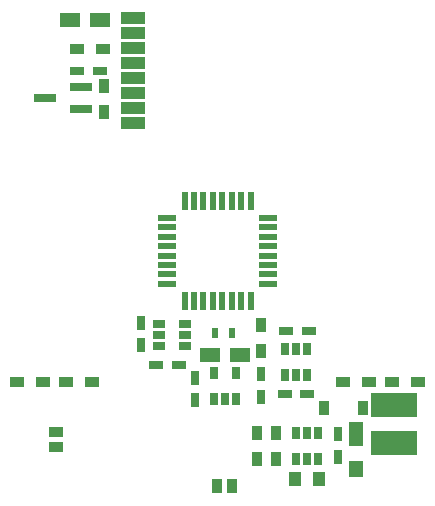
<source format=gtp>
%TF.GenerationSoftware,KiCad,Pcbnew,no-vcs-found-3ac87f6~59~ubuntu16.04.1*%
%TF.CreationDate,2017-08-31T14:12:32+03:00*%
%TF.ProjectId,livolo_2_channels_1way_eu_switch,6C69766F6C6F5F325F6368616E6E656C,rev?*%
%TF.SameCoordinates,Original*%
%TF.FileFunction,Paste,Top*%
%TF.FilePolarity,Positive*%
%FSLAX46Y46*%
G04 Gerber Fmt 4.6, Leading zero omitted, Abs format (unit mm)*
G04 Created by KiCad (PCBNEW no-vcs-found-3ac87f6~59~ubuntu16.04.1) date Thu Aug 31 14:12:32 2017*
%MOMM*%
%LPD*%
G01*
G04 APERTURE LIST*
%ADD10R,1.000000X1.250000*%
%ADD11R,4.000000X2.000000*%
%ADD12R,1.200000X2.000000*%
%ADD13R,1.200000X1.400000*%
%ADD14R,0.900000X1.200000*%
%ADD15R,0.650000X1.060000*%
%ADD16R,1.750000X1.260000*%
%ADD17R,0.750000X1.200000*%
%ADD18R,1.200000X0.750000*%
%ADD19R,0.550000X1.600000*%
%ADD20R,1.600000X0.550000*%
%ADD21R,1.200000X0.900000*%
%ADD22R,1.060000X0.650000*%
%ADD23R,1.900000X0.800000*%
%ADD24R,0.500000X0.900000*%
%ADD25R,2.000000X1.000000*%
%ADD26R,1.270000X0.970000*%
%ADD27R,0.970000X1.270000*%
G04 APERTURE END LIST*
D10*
X149000000Y-111600000D03*
X151000000Y-111600000D03*
D11*
X157400000Y-105350000D03*
X157400000Y-108600000D03*
D12*
X154200000Y-107800000D03*
D13*
X154200000Y-110800000D03*
D14*
X145800000Y-107700000D03*
X145800000Y-109900000D03*
D15*
X150000000Y-109900000D03*
X150950000Y-109900000D03*
X149050000Y-109900000D03*
X149050000Y-107700000D03*
X150000000Y-107700000D03*
X150950000Y-107700000D03*
D16*
X141775000Y-101092000D03*
X144325000Y-101092000D03*
D14*
X132812000Y-78384000D03*
X132812000Y-80584000D03*
D17*
X140500000Y-104950000D03*
X140500000Y-103050000D03*
X146100000Y-104650000D03*
X146100000Y-102750000D03*
X152600000Y-109750000D03*
X152600000Y-107850000D03*
D18*
X150050000Y-104400000D03*
X148150000Y-104400000D03*
D17*
X136000000Y-100300000D03*
X136000000Y-98400000D03*
D18*
X148250000Y-99100000D03*
X150150000Y-99100000D03*
X137250000Y-102000000D03*
X139150000Y-102000000D03*
D14*
X154750000Y-105600000D03*
X151450000Y-105600000D03*
D19*
X145250000Y-96550000D03*
X144450000Y-96550000D03*
X143650000Y-96550000D03*
X142850000Y-96550000D03*
X142050000Y-96550000D03*
X141250000Y-96550000D03*
X140450000Y-96550000D03*
X139650000Y-96550000D03*
D20*
X138200000Y-95100000D03*
X138200000Y-94300000D03*
X138200000Y-93500000D03*
X138200000Y-92700000D03*
X138200000Y-91900000D03*
X138200000Y-91100000D03*
X138200000Y-90300000D03*
X138200000Y-89500000D03*
D19*
X139650000Y-88050000D03*
X140450000Y-88050000D03*
X141250000Y-88050000D03*
X142050000Y-88050000D03*
X142850000Y-88050000D03*
X143650000Y-88050000D03*
X144450000Y-88050000D03*
X145250000Y-88050000D03*
D20*
X146700000Y-89500000D03*
X146700000Y-90300000D03*
X146700000Y-91100000D03*
X146700000Y-91900000D03*
X146700000Y-92700000D03*
X146700000Y-93500000D03*
X146700000Y-94300000D03*
X146700000Y-95100000D03*
D14*
X147400000Y-109900000D03*
X147400000Y-107700000D03*
X146100000Y-100800000D03*
X146100000Y-98600000D03*
D21*
X130550000Y-75250000D03*
X132750000Y-75250000D03*
X155300000Y-103400000D03*
X153100000Y-103400000D03*
X157200000Y-103400000D03*
X159400000Y-103400000D03*
X129600000Y-103400000D03*
X131800000Y-103400000D03*
X127700000Y-103400000D03*
X125500000Y-103400000D03*
D15*
X142100000Y-102650000D03*
X144000000Y-102650000D03*
X144000000Y-104850000D03*
X143050000Y-104850000D03*
X142100000Y-104850000D03*
X149100000Y-100650000D03*
X148150000Y-100650000D03*
X150050000Y-100650000D03*
X150050000Y-102850000D03*
X149100000Y-102850000D03*
X148150000Y-102850000D03*
D22*
X137500000Y-98500000D03*
X137500000Y-99450000D03*
X137500000Y-100400000D03*
X139700000Y-100400000D03*
X139700000Y-98500000D03*
X139700000Y-99450000D03*
D18*
X132450000Y-77050000D03*
X130550000Y-77050000D03*
D23*
X127850000Y-79350000D03*
X130850000Y-78400000D03*
X130850000Y-80300000D03*
D24*
X142200000Y-99300000D03*
X143700000Y-99300000D03*
D16*
X129975000Y-72750000D03*
X132525000Y-72750000D03*
D25*
X135300000Y-72600000D03*
X135300000Y-73870000D03*
X135300000Y-75140000D03*
X135300000Y-76410000D03*
X135300000Y-77680000D03*
X135300000Y-78950000D03*
X135300000Y-80220000D03*
X135300000Y-81490000D03*
D26*
X128750000Y-107610000D03*
X128750000Y-108890000D03*
D27*
X143640000Y-112250000D03*
X142360000Y-112250000D03*
M02*

</source>
